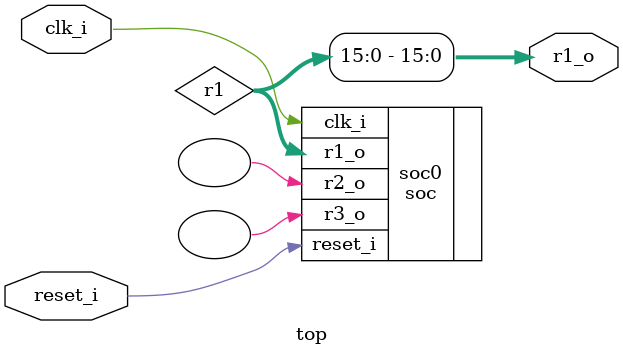
<source format=v>
`timescale 1ns/1ps

`include "./soc.v"

module top
(
    input wire clk_i,   // clock
    input wire reset_i, // reset

    // debug ports
    output wire [15:0] r1_o 
);
    wire [31:0] r1;

    assign r1_o = r1[15:0];

    soc #(
        .CLK_FREQ(100 * (10**6)), // 100MHz
        .CORE_FREQ(1 * (10**6)),  // 1MHz
        .IMEM_SIZE(256),
        .DMEM_SIZE(256)
    ) soc0 (
        .clk_i(clk_i),
        .reset_i(reset_i),
        
        // debug ports
        .r1_o(r1),
        .r2_o(),
        .r3_o()
    );

endmodule

</source>
